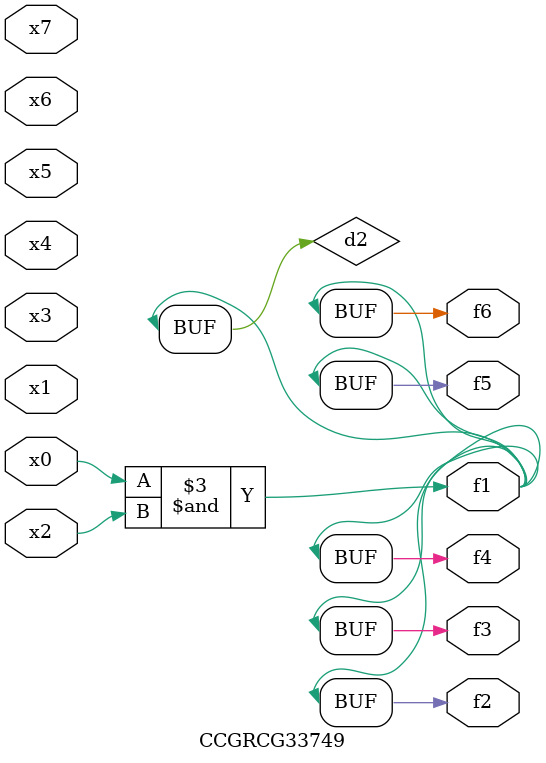
<source format=v>
module CCGRCG33749(
	input x0, x1, x2, x3, x4, x5, x6, x7,
	output f1, f2, f3, f4, f5, f6
);

	wire d1, d2;

	nor (d1, x3, x6);
	and (d2, x0, x2);
	assign f1 = d2;
	assign f2 = d2;
	assign f3 = d2;
	assign f4 = d2;
	assign f5 = d2;
	assign f6 = d2;
endmodule

</source>
